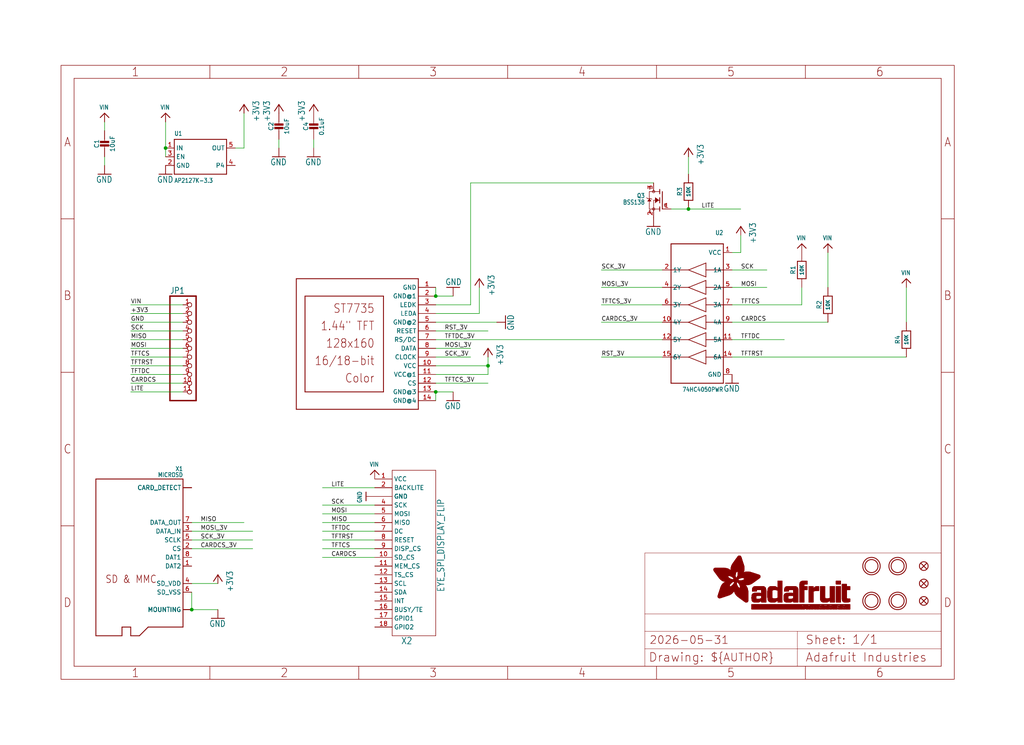
<source format=kicad_sch>
(kicad_sch (version 20230121) (generator eeschema)
  (paper "User" 298.45 217.322)
  (lib_symbols
    (symbol "working-eagle-import:+3V3" (power)
      (property "Value" "+3V3" (at -2.54 -5.08 90))
      (symbol "+3V3_1_0"
        (pin power_in line (at 0 -2.54 90) (length 2.54) (name "+3V3") (number "1"))
      )
    )
    (symbol "working-eagle-import:74HC4050DTSSOP"
      (property "Reference" "U" (at -7.62 22.86 0))
      (symbol "74HC4050DTSSOP_1_0"
        (pin bidirectional line (at -10.16 17.78 0) (length 2.54) (name "VCC") (number "1"))
        (pin bidirectional line (at 10.16 -2.54 180) (length 2.54) (name "4Y") (number "10"))
        (pin bidirectional line (at -10.16 -7.62 0) (length 2.54) (name "5A") (number "11"))
        (pin bidirectional line (at 10.16 -7.62 180) (length 2.54) (name "5Y") (number "12"))
        (pin bidirectional line (at -10.16 -12.7 0) (length 2.54) (name "6A") (number "14"))
        (pin bidirectional line (at 10.16 -12.7 180) (length 2.54) (name "6Y") (number "15"))
        (pin bidirectional line (at 10.16 12.7 180) (length 2.54) (name "1Y") (number "2"))
        (pin bidirectional line (at -10.16 12.7 0) (length 2.54) (name "1A") (number "3"))
        (pin bidirectional line (at 10.16 7.62 180) (length 2.54) (name "2Y") (number "4"))
        (pin bidirectional line (at -10.16 7.62 0) (length 2.54) (name "2A") (number "5"))
        (pin bidirectional line (at 10.16 2.54 180) (length 2.54) (name "3Y") (number "6"))
        (pin bidirectional line (at -10.16 2.54 0) (length 2.54) (name "3A") (number "7"))
        (pin bidirectional line (at -10.16 -17.78 0) (length 2.54) (name "GND") (number "8"))
        (pin bidirectional line (at -10.16 -2.54 0) (length 2.54) (name "4A") (number "9"))
      )
    )
    (symbol "working-eagle-import:CAP_CERAMIC0603_NO"
      (property "Reference" "C" (at -2.29 1.25 90))
      (symbol "CAP_CERAMIC0603_NO_1_0"
        (pin passive line (at 0 5.08 270) (length 2.54) (name "1") (number "1"))
        (pin passive line (at 0 -2.54 90) (length 2.54) (name "2") (number "2"))
      )
    )
    (symbol "working-eagle-import:CAP_CERAMIC0805-NOOUTLINE"
      (property "Reference" "C" (at -2.29 1.25 90))
      (symbol "CAP_CERAMIC0805-NOOUTLINE_1_0"
        (pin passive line (at 0 5.08 270) (length 2.54) (name "1") (number "1"))
        (pin passive line (at 0 -2.54 90) (length 2.54) (name "2") (number "2"))
      )
    )
    (symbol "working-eagle-import:DISP_LCD_ST7735_1.44IN"
      (symbol "DISP_LCD_ST7735_1.44IN_1_0"
        (text "1.44\" TFT" (at 2.54 5.08 0) (effects (font (size 2.54 2.159)) (justify left bottom)))
        (text "128x160" (at 2.54 0 0) (effects (font (size 2.54 2.159)) (justify left bottom)))
        (text "16/18-bit" (at 2.54 -5.08 0) (effects (font (size 2.54 2.159)) (justify left bottom)))
        (text "Color" (at 2.54 -10.16 0) (effects (font (size 2.54 2.159)) (justify left bottom)))
        (text "ST7735" (at 2.54 10.16 0) (effects (font (size 2.54 2.159)) (justify left bottom)))
        (pin power_in line (at -15.24 17.78 0) (length 5.08) (name "GND") (number "1"))
        (pin power_in line (at -15.24 -5.08 0) (length 5.08) (name "VCC") (number "10"))
        (pin power_in line (at -15.24 -7.62 0) (length 5.08) (name "VCC@1") (number "11"))
        (pin input line (at -15.24 -10.16 0) (length 5.08) (name "CS") (number "12"))
        (pin power_in line (at -15.24 -12.7 0) (length 5.08) (name "GND@3") (number "13"))
        (pin power_in line (at -15.24 -15.24 0) (length 5.08) (name "GND@4") (number "14"))
        (pin power_in line (at -15.24 15.24 0) (length 5.08) (name "GND@1") (number "2"))
        (pin input line (at -15.24 12.7 0) (length 5.08) (name "LEDK") (number "3"))
        (pin input line (at -15.24 10.16 0) (length 5.08) (name "LEDA") (number "4"))
        (pin power_in line (at -15.24 7.62 0) (length 5.08) (name "GND@2") (number "5"))
        (pin input line (at -15.24 5.08 0) (length 5.08) (name "RESET") (number "6"))
        (pin input line (at -15.24 2.54 0) (length 5.08) (name "RS/DC") (number "7"))
        (pin bidirectional line (at -15.24 0 0) (length 5.08) (name "DATA") (number "8"))
        (pin input line (at -15.24 -2.54 0) (length 5.08) (name "CLOCK") (number "9"))
      )
    )
    (symbol "working-eagle-import:EYE_SPI_DISPLAY_FLIP"
      (property "Reference" "X" (at 2.54 -27.94 0))
      (symbol "EYE_SPI_DISPLAY_FLIP_1_0"
        (pin power_in line (at -5.08 20.32 0) (length 5.08) (name "VCC") (number "1"))
        (pin input line (at -5.08 -2.54 0) (length 5.08) (name "SD_CS") (number "10"))
        (pin input line (at -5.08 -5.08 0) (length 5.08) (name "MEM_CS") (number "11"))
        (pin input line (at -5.08 -7.62 0) (length 5.08) (name "TS_CS") (number "12"))
        (pin input line (at -5.08 -10.16 0) (length 5.08) (name "SCL") (number "13"))
        (pin bidirectional line (at -5.08 -12.7 0) (length 5.08) (name "SDA") (number "14"))
        (pin output line (at -5.08 -15.24 0) (length 5.08) (name "INT") (number "15"))
        (pin output line (at -5.08 -17.78 0) (length 5.08) (name "BUSY/TE") (number "16"))
        (pin passive line (at -5.08 -20.32 0) (length 5.08) (name "GPIO1") (number "17"))
        (pin passive line (at -5.08 -22.86 0) (length 5.08) (name "GPIO2") (number "18"))
        (pin input line (at -5.08 17.78 0) (length 5.08) (name "BACKLITE") (number "2"))
        (pin power_in line (at -5.08 15.24 0) (length 5.08) (name "GND") (number "3"))
        (pin input line (at -5.08 12.7 0) (length 5.08) (name "SCK") (number "4"))
        (pin input line (at -5.08 10.16 0) (length 5.08) (name "MOSI") (number "5"))
        (pin output line (at -5.08 7.62 0) (length 5.08) (name "MISO") (number "6"))
        (pin input line (at -5.08 5.08 0) (length 5.08) (name "DC") (number "7"))
        (pin input line (at -5.08 2.54 0) (length 5.08) (name "RESET") (number "8"))
        (pin input line (at -5.08 0 0) (length 5.08) (name "DISP_CS") (number "9"))
        (pin power_in line (at -5.08 15.24 0) (length 5.08) (name "GND") (number "SUPPORT1"))
        (pin power_in line (at -5.08 15.24 0) (length 5.08) (name "GND") (number "SUPPORT2"))
      )
    )
    (symbol "working-eagle-import:FIDUCIAL_1MM")
    (symbol "working-eagle-import:FRAME_A4_ADAFRUIT"
      (symbol "FRAME_A4_ADAFRUIT_1_0"
        (text "${#}/${##}" (at 230.505 10.16 0) (effects (font (size 2.54 2.54)) (justify left bottom)))
        (text "${AUTHOR}" (at 189.23 5.08 0) (effects (font (size 2.286 2.286)) (justify left bottom)))
        (text "${CURRENT_DATE}" (at 171.45 10.16 0) (effects (font (size 2.286 2.286)) (justify left bottom)))
        (text "${PROJECTNAME}" (at 171.45 15.24 0) (effects (font (size 2.54 2.54)) (justify left bottom)))
        (text "1" (at 21.6958 1.905 0) (effects (font (size 2.54 2.286))))
        (text "1" (at 21.6958 177.165 0) (effects (font (size 2.54 2.286))))
        (text "2" (at 65.0875 1.905 0) (effects (font (size 2.54 2.286))))
        (text "2" (at 65.0875 177.165 0) (effects (font (size 2.54 2.286))))
        (text "3" (at 108.4792 1.905 0) (effects (font (size 2.54 2.286))))
        (text "3" (at 108.4792 177.165 0) (effects (font (size 2.54 2.286))))
        (text "4" (at 151.8708 1.905 0) (effects (font (size 2.54 2.286))))
        (text "4" (at 151.8708 177.165 0) (effects (font (size 2.54 2.286))))
        (text "5" (at 195.2625 1.905 0) (effects (font (size 2.54 2.286))))
        (text "5" (at 195.2625 177.165 0) (effects (font (size 2.54 2.286))))
        (text "6" (at 238.6542 1.905 0) (effects (font (size 2.54 2.286))))
        (text "6" (at 238.6542 177.165 0) (effects (font (size 2.54 2.286))))
        (text "A" (at 1.905 156.6863 0) (effects (font (size 2.54 2.286))))
        (text "A" (at 258.445 156.6863 0) (effects (font (size 2.54 2.286))))
        (text "Adafruit Industries" (at 216.916 4.953 0) (effects (font (size 2.54 2.54)) (justify left bottom)))
        (text "B" (at 1.905 111.9188 0) (effects (font (size 2.54 2.286))))
        (text "B" (at 258.445 111.9188 0) (effects (font (size 2.54 2.286))))
        (text "C" (at 1.905 67.1513 0) (effects (font (size 2.54 2.286))))
        (text "C" (at 258.445 67.1513 0) (effects (font (size 2.54 2.286))))
        (text "D" (at 1.905 22.3838 0) (effects (font (size 2.54 2.286))))
        (text "D" (at 258.445 22.3838 0) (effects (font (size 2.54 2.286))))
        (text "Drawing:" (at 171.196 4.953 0) (effects (font (size 2.54 2.54)) (justify left bottom)))
        (text "Sheet:" (at 216.916 10.033 0) (effects (font (size 2.54 2.54)) (justify left bottom)))
      )
    )
    (symbol "working-eagle-import:GND" (power)
      (property "Value" "GND" (at -2.54 -2.54 0))
      (symbol "GND_1_0"
        (pin power_in line (at 0 2.54 270) (length 2.54) (name "GND") (number "1"))
      )
    )
    (symbol "working-eagle-import:HEADER-1X1176MIL"
      (property "Reference" "JP" (at -6.35 15.875 0))
      (symbol "HEADER-1X1176MIL_1_0"
        (pin passive inverted (at -2.54 12.7 0) (length 2.54) (name "1") (number "1"))
        (pin passive inverted (at -2.54 -10.16 0) (length 2.54) (name "10") (number "10"))
        (pin passive inverted (at -2.54 -12.7 0) (length 2.54) (name "11") (number "11"))
        (pin passive inverted (at -2.54 10.16 0) (length 2.54) (name "2") (number "2"))
        (pin passive inverted (at -2.54 7.62 0) (length 2.54) (name "3") (number "3"))
        (pin passive inverted (at -2.54 5.08 0) (length 2.54) (name "4") (number "4"))
        (pin passive inverted (at -2.54 2.54 0) (length 2.54) (name "5") (number "5"))
        (pin passive inverted (at -2.54 0 0) (length 2.54) (name "6") (number "6"))
        (pin passive inverted (at -2.54 -2.54 0) (length 2.54) (name "7") (number "7"))
        (pin passive inverted (at -2.54 -5.08 0) (length 2.54) (name "8") (number "8"))
        (pin passive inverted (at -2.54 -7.62 0) (length 2.54) (name "9") (number "9"))
      )
    )
    (symbol "working-eagle-import:MICROSD"
      (property "Reference" "X" (at -12.7 22.606 0))
      (symbol "MICROSD_1_0"
        (text "SD & MMC" (at -5.08 -10.16 0) (effects (font (size 2.1844 1.8567)) (justify left bottom)))
        (pin bidirectional line (at -15.24 -5.08 0) (length 2.54) (name "DAT2") (number "1"))
        (pin input line (at -15.24 0 0) (length 2.54) (name "CS") (number "2"))
        (pin input line (at -15.24 5.08 0) (length 2.54) (name "DATA_IN") (number "3"))
        (pin power_in line (at -15.24 -10.16 0) (length 2.54) (name "SD_VDD") (number "4"))
        (pin input line (at -15.24 2.54 0) (length 2.54) (name "SCLK") (number "5"))
        (pin power_in line (at -15.24 -12.7 0) (length 2.54) (name "SD_VSS") (number "6"))
        (pin output line (at -15.24 7.62 0) (length 2.54) (name "DATA_OUT") (number "7"))
        (pin bidirectional line (at -15.24 -2.54 0) (length 2.54) (name "DAT1") (number "8"))
        (pin passive line (at -15.24 17.78 0) (length 2.54) (name "CARD_DETECT") (number "CD1"))
        (pin passive line (at -15.24 17.78 0) (length 2.54) (name "CARD_DETECT") (number "CD2"))
        (pin passive line (at -15.24 -17.78 0) (length 2.54) (name "MOUNTING") (number "MT1"))
        (pin passive line (at -15.24 -17.78 0) (length 2.54) (name "MOUNTING") (number "MT2"))
      )
    )
    (symbol "working-eagle-import:MOSFET-NWIDE"
      (property "Reference" "Q" (at 5.08 0.635 0))
      (symbol "MOSFET-NWIDE_1_0"
        (text "D" (at 3.175 3.175 0) (effects (font (size 0.8128 0.6908)) (justify left bottom)))
        (text "G" (at -1.27 -1.905 0) (effects (font (size 0.8128 0.6908)) (justify left bottom)))
        (text "S" (at 3.175 -3.81 0) (effects (font (size 0.8128 0.6908)) (justify left bottom)))
        (pin bidirectional line (at -2.54 -2.54 0) (length 2.54) (name "G") (number "1"))
        (pin bidirectional line (at 2.54 -5.08 90) (length 2.54) (name "S") (number "2"))
        (pin bidirectional line (at 2.54 5.08 270) (length 2.54) (name "D") (number "3"))
      )
    )
    (symbol "working-eagle-import:MOUNTINGHOLE2.5")
    (symbol "working-eagle-import:RESISTOR_0603_NOOUT"
      (property "Reference" "R" (at 0 2.54 0))
      (symbol "RESISTOR_0603_NOOUT_1_0"
        (pin passive line (at -5.08 0 0) (length 2.54) (name "1") (number "1"))
        (pin passive line (at 5.08 0 180) (length 2.54) (name "2") (number "2"))
      )
    )
    (symbol "working-eagle-import:VIN" (power)
      (property "Value" "VIN" (at -1.524 1.016 0))
      (symbol "VIN_1_0"
        (pin power_in line (at 0 -2.54 90) (length 2.54) (name "VIN") (number "1"))
      )
    )
    (symbol "working-eagle-import:VREG_SOT23-5"
      (property "Reference" "U" (at -7.62 6.096 0))
      (symbol "VREG_SOT23-5_1_0"
        (pin power_in line (at -10.16 2.54 0) (length 2.54) (name "IN") (number "1"))
        (pin power_in line (at -10.16 -2.54 0) (length 2.54) (name "GND") (number "2"))
        (pin input line (at -10.16 0 0) (length 2.54) (name "EN") (number "3"))
        (pin bidirectional line (at 10.16 -2.54 180) (length 2.54) (name "P4") (number "4"))
        (pin power_in line (at 10.16 2.54 180) (length 2.54) (name "OUT") (number "5"))
      )
    )
    (symbol "working-eagle-import:adafruit_power_VIN" (power)
      (property "Value" "adafruit_power_VIN" (at -1.524 1.016 0))
      (symbol "adafruit_power_VIN_1_0"
        (pin power_in line (at 0 -2.54 90) (length 2.54) (name "VIN") (number "1"))
      )
    )
    (symbol "working-eagle-import:microbuilder_GND" (power)
      (property "Value" "microbuilder_GND" (at -1.524 -2.54 0))
      (symbol "microbuilder_GND_1_0"
        (pin power_in line (at 0 2.54 270) (length 2.54) (name "GND") (number "1"))
      )
    )
  )
  (junction (at 127 114.3))
  (junction (at 200.66 60.96))
  (junction (at 48.26 43.18))
  (junction (at 127 86.36))
  (junction (at 55.88 177.8))
  (junction (at 142.24 106.68))
  (wire (pts (xy 109.22 162.56) (xy 93.98 162.56)) (stroke (width 0.1524)))
  (wire (pts (xy 109.22 157.48) (xy 93.98 157.48)) (stroke (width 0.1524)))
  (wire (pts (xy 53.34 101.6) (xy 38.1 101.6)) (stroke (width 0.1524)))
  (wire (pts (xy 38.1 104.14) (xy 53.34 104.14)) (stroke (width 0.1524)))
  (wire (pts (xy 193.04 78.74) (xy 175.26 78.74)) (stroke (width 0.1524)))
  (wire (pts (xy 137.16 88.9) (xy 137.16 53.34)) (stroke (width 0.1524)))
  (wire (pts (xy 142.24 106.68) (xy 142.24 109.22)) (stroke (width 0.1524)))
  (wire (pts (xy 53.34 111.76) (xy 38.1 111.76)) (stroke (width 0.1524)))
  (wire (pts (xy 38.1 91.44) (xy 53.34 91.44)) (stroke (width 0.1524)))
  (wire (pts (xy 137.16 101.6) (xy 127 101.6)) (stroke (width 0.1524)))
  (wire (pts (xy 55.88 152.4) (xy 71.12 152.4)) (stroke (width 0.1524)))
  (wire (pts (xy 193.04 83.82) (xy 175.26 83.82)) (stroke (width 0.1524)))
  (wire (pts (xy 53.34 88.9) (xy 38.1 88.9)) (stroke (width 0.1524)))
  (wire (pts (xy 73.66 160.02) (xy 55.88 160.02)) (stroke (width 0.1524)))
  (wire (pts (xy 264.16 104.14) (xy 213.36 104.14)) (stroke (width 0.1524)))
  (wire (pts (xy 71.12 33.02) (xy 71.12 43.18)) (stroke (width 0.1524)))
  (wire (pts (xy 30.48 48.26) (xy 30.48 45.72)) (stroke (width 0.1524)))
  (wire (pts (xy 38.1 99.06) (xy 53.34 99.06)) (stroke (width 0.1524)))
  (wire (pts (xy 93.98 152.4) (xy 109.22 152.4)) (stroke (width 0.1524)))
  (wire (pts (xy 213.36 78.74) (xy 223.52 78.74)) (stroke (width 0.1524)))
  (wire (pts (xy 55.88 154.94) (xy 73.66 154.94)) (stroke (width 0.1524)))
  (wire (pts (xy 53.34 109.22) (xy 38.1 109.22)) (stroke (width 0.1524)))
  (wire (pts (xy 200.66 60.96) (xy 215.9 60.96)) (stroke (width 0.1524)))
  (wire (pts (xy 127 114.3) (xy 127 116.84)) (stroke (width 0.1524)))
  (wire (pts (xy 53.34 93.98) (xy 38.1 93.98)) (stroke (width 0.1524)))
  (wire (pts (xy 53.34 96.52) (xy 38.1 96.52)) (stroke (width 0.1524)))
  (wire (pts (xy 127 86.36) (xy 127 83.82)) (stroke (width 0.1524)))
  (wire (pts (xy 215.9 73.66) (xy 215.9 68.58)) (stroke (width 0.1524)))
  (wire (pts (xy 63.5 177.8) (xy 55.88 177.8)) (stroke (width 0.1524)))
  (wire (pts (xy 55.88 172.72) (xy 55.88 177.8)) (stroke (width 0.1524)))
  (wire (pts (xy 63.5 170.18) (xy 55.88 170.18)) (stroke (width 0.1524)))
  (wire (pts (xy 142.24 106.68) (xy 127 106.68)) (stroke (width 0.1524)))
  (wire (pts (xy 71.12 43.18) (xy 68.58 43.18)) (stroke (width 0.1524)))
  (wire (pts (xy 233.68 88.9) (xy 213.36 88.9)) (stroke (width 0.1524)))
  (wire (pts (xy 142.24 109.22) (xy 127 109.22)) (stroke (width 0.1524)))
  (wire (pts (xy 213.36 83.82) (xy 223.52 83.82)) (stroke (width 0.1524)))
  (wire (pts (xy 109.22 147.32) (xy 93.98 147.32)) (stroke (width 0.1524)))
  (wire (pts (xy 195.58 60.96) (xy 200.66 60.96)) (stroke (width 0.1524)))
  (wire (pts (xy 48.26 35.56) (xy 48.26 43.18)) (stroke (width 0.1524)))
  (wire (pts (xy 30.48 35.56) (xy 30.48 38.1)) (stroke (width 0.1524)))
  (wire (pts (xy 213.36 99.06) (xy 228.6 99.06)) (stroke (width 0.1524)))
  (wire (pts (xy 53.34 106.68) (xy 38.1 106.68)) (stroke (width 0.1524)))
  (wire (pts (xy 233.68 88.9) (xy 233.68 83.82)) (stroke (width 0.1524)))
  (wire (pts (xy 132.08 86.36) (xy 127 86.36)) (stroke (width 0.1524)))
  (wire (pts (xy 109.22 142.24) (xy 93.98 142.24)) (stroke (width 0.1524)))
  (wire (pts (xy 139.7 83.82) (xy 139.7 91.44)) (stroke (width 0.1524)))
  (wire (pts (xy 139.7 91.44) (xy 127 91.44)) (stroke (width 0.1524)))
  (wire (pts (xy 93.98 160.02) (xy 109.22 160.02)) (stroke (width 0.1524)))
  (wire (pts (xy 127 99.06) (xy 193.04 99.06)) (stroke (width 0.1524)))
  (wire (pts (xy 127 88.9) (xy 137.16 88.9)) (stroke (width 0.1524)))
  (wire (pts (xy 264.16 93.98) (xy 264.16 83.82)) (stroke (width 0.1524)))
  (wire (pts (xy 109.22 149.86) (xy 93.98 149.86)) (stroke (width 0.1524)))
  (wire (pts (xy 193.04 88.9) (xy 175.26 88.9)) (stroke (width 0.1524)))
  (wire (pts (xy 91.44 43.18) (xy 91.44 40.64)) (stroke (width 0.1524)))
  (wire (pts (xy 53.34 114.3) (xy 38.1 114.3)) (stroke (width 0.1524)))
  (wire (pts (xy 241.3 73.66) (xy 241.3 83.82)) (stroke (width 0.1524)))
  (wire (pts (xy 55.88 157.48) (xy 73.66 157.48)) (stroke (width 0.1524)))
  (wire (pts (xy 137.16 104.14) (xy 127 104.14)) (stroke (width 0.1524)))
  (wire (pts (xy 48.26 45.72) (xy 48.26 43.18)) (stroke (width 0.1524)))
  (wire (pts (xy 213.36 93.98) (xy 241.3 93.98)) (stroke (width 0.1524)))
  (wire (pts (xy 142.24 104.14) (xy 142.24 106.68)) (stroke (width 0.1524)))
  (wire (pts (xy 132.08 114.3) (xy 127 114.3)) (stroke (width 0.1524)))
  (wire (pts (xy 193.04 93.98) (xy 175.26 93.98)) (stroke (width 0.1524)))
  (wire (pts (xy 137.16 53.34) (xy 190.5 53.34)) (stroke (width 0.1524)))
  (wire (pts (xy 81.28 43.18) (xy 81.28 40.64)) (stroke (width 0.1524)))
  (wire (pts (xy 144.78 93.98) (xy 127 93.98)) (stroke (width 0.1524)))
  (wire (pts (xy 193.04 104.14) (xy 175.26 104.14)) (stroke (width 0.1524)))
  (wire (pts (xy 127 96.52) (xy 142.24 96.52)) (stroke (width 0.1524)))
  (wire (pts (xy 200.66 45.72) (xy 200.66 50.8)) (stroke (width 0.1524)))
  (wire (pts (xy 215.9 73.66) (xy 213.36 73.66)) (stroke (width 0.1524)))
  (wire (pts (xy 127 111.76) (xy 142.24 111.76)) (stroke (width 0.1524)))
  (wire (pts (xy 109.22 154.94) (xy 93.98 154.94)) (stroke (width 0.1524)))
  (label "MOSI" (at 38.1 101.6 0) (effects (font (size 1.2446 1.2446))))
  (label "SCK_3V" (at 129.54 104.14 0) (effects (font (size 1.2446 1.2446))))
  (label "CARDCS" (at 38.1 111.76 0) (effects (font (size 1.2446 1.2446))))
  (label "TFTCS" (at 38.1 104.14 0) (effects (font (size 1.2446 1.2446))))
  (label "MOSI" (at 215.9 83.82 0) (effects (font (size 1.2446 1.2446))))
  (label "TFTCS_3V" (at 175.26 88.9 0) (effects (font (size 1.2446 1.2446))))
  (label "TFTRST" (at 38.1 106.68 0) (effects (font (size 1.2446 1.2446))))
  (label "CARDCS_3V" (at 175.26 93.98 0) (effects (font (size 1.2446 1.2446))))
  (label "SCK" (at 215.9 78.74 0) (effects (font (size 1.2446 1.2446))))
  (label "LITE" (at 96.52 142.24 0) (effects (font (size 1.2446 1.2446))))
  (label "SCK" (at 38.1 96.52 0) (effects (font (size 1.2446 1.2446))))
  (label "TFTDC" (at 215.9 99.06 0) (effects (font (size 1.2446 1.2446))))
  (label "+3V3" (at 38.1 91.44 0) (effects (font (size 1.2446 1.2446))))
  (label "MOSI_3V" (at 175.26 83.82 0) (effects (font (size 1.2446 1.2446))))
  (label "CARDCS" (at 96.52 162.56 0) (effects (font (size 1.2446 1.2446))))
  (label "TFTCS" (at 215.9 88.9 0) (effects (font (size 1.2446 1.2446))))
  (label "LITE" (at 208.28 60.96 180) (effects (font (size 1.2446 1.2446))))
  (label "TFTRST" (at 96.52 157.48 0) (effects (font (size 1.2446 1.2446))))
  (label "TFTDC" (at 96.52 154.94 0) (effects (font (size 1.2446 1.2446))))
  (label "RST_3V" (at 175.26 104.14 0) (effects (font (size 1.2446 1.2446))))
  (label "MISO" (at 96.52 152.4 0) (effects (font (size 1.2446 1.2446))))
  (label "TFTCS_3V" (at 129.54 111.76 0) (effects (font (size 1.2446 1.2446))))
  (label "MISO" (at 58.42 152.4 0) (effects (font (size 1.2446 1.2446))))
  (label "MISO" (at 38.1 99.06 0) (effects (font (size 1.2446 1.2446))))
  (label "CARDCS_3V" (at 58.42 160.02 0) (effects (font (size 1.2446 1.2446))))
  (label "SCK_3V" (at 175.26 78.74 0) (effects (font (size 1.2446 1.2446))))
  (label "TFTDC" (at 38.1 109.22 0) (effects (font (size 1.2446 1.2446))))
  (label "MOSI_3V" (at 58.42 154.94 0) (effects (font (size 1.2446 1.2446))))
  (label "GND" (at 38.1 93.98 0) (effects (font (size 1.2446 1.2446))))
  (label "VIN" (at 38.1 88.9 0) (effects (font (size 1.2446 1.2446))))
  (label "TFTRST" (at 215.9 104.14 0) (effects (font (size 1.2446 1.2446))))
  (label "MOSI" (at 96.52 149.86 0) (effects (font (size 1.2446 1.2446))))
  (label "SCK_3V" (at 58.42 157.48 0) (effects (font (size 1.2446 1.2446))))
  (label "RST_3V" (at 129.54 96.52 0) (effects (font (size 1.2446 1.2446))))
  (label "SCK" (at 96.52 147.32 0) (effects (font (size 1.2446 1.2446))))
  (label "TFTDC_3V" (at 129.54 99.06 0) (effects (font (size 1.2446 1.2446))))
  (label "CARDCS" (at 215.9 93.98 0) (effects (font (size 1.2446 1.2446))))
  (label "LITE" (at 38.1 114.3 0) (effects (font (size 1.2446 1.2446))))
  (label "MOSI_3V" (at 129.54 101.6 0) (effects (font (size 1.2446 1.2446))))
  (label "TFTCS" (at 96.52 160.02 0) (effects (font (size 1.2446 1.2446))))
  (symbol (lib_id "working-eagle-import:GND") (at 132.08 83.82 180) (unit 1)
    (property "Reference" "#GND1" (effects hide))
    (property "Value" "GND" (at 134.62 81.28 0) (effects (font (size 1.778 1.5113)) (justify left bottom)))
  )
  (symbol (lib_id "working-eagle-import:+3V3") (at 215.9 66.04 0) (mirror y) (unit 1)
    (property "Reference" "#+3V5" (effects hide))
    (property "Value" "+3V3" (at 218.44 71.12 90) (effects (font (size 1.778 1.5113)) (justify left bottom)))
  )
  (symbol (lib_id "working-eagle-import:EYE_SPI_DISPLAY_FLIP") (at 114.3 160.02 0) (unit 1)
    (property "Reference" "X2" (at 116.84 187.96 0) (effects (font (size 1.9304 1.6408)) (justify left bottom)))
    (property "Value" "EYE_SPI_DISPLAY_FLIP" (at 129.54 172.72 90) (effects (font (size 1.9304 1.6408)) (justify left bottom)))
    (property "Footprint" "working:EYE_SPI_DISPLAY_BOTCONTACT" (effects hide))
  )
  (symbol (lib_id "working-eagle-import:MOUNTINGHOLE2.5") (at 254 165.1 0) (unit 1)
    (property "Reference" "U$10" (effects hide))
    (property "Value" "MOUNTINGHOLE2.5" (effects hide))
    (property "Footprint" "working:MOUNTINGHOLE_2.5_PLATED" (effects hide))
  )
  (symbol (lib_id "working-eagle-import:VIN") (at 109.22 137.16 0) (unit 1)
    (property "Reference" "#U$16" (effects hide))
    (property "Value" "VIN" (at 107.696 136.144 0) (effects (font (size 1.27 1.0795)) (justify left bottom)))
  )
  (symbol (lib_id "working-eagle-import:GND") (at 213.36 111.76 0) (unit 1)
    (property "Reference" "#GND8" (effects hide))
    (property "Value" "GND" (at 210.82 114.3 0) (effects (font (size 1.778 1.5113)) (justify left bottom)))
  )
  (symbol (lib_id "working-eagle-import:GND") (at 48.26 50.8 0) (unit 1)
    (property "Reference" "#GND9" (effects hide))
    (property "Value" "GND" (at 45.72 53.34 0) (effects (font (size 1.778 1.5113)) (justify left bottom)))
  )
  (symbol (lib_id "working-eagle-import:RESISTOR_0603_NOOUT") (at 241.3 88.9 90) (unit 1)
    (property "Reference" "R2" (at 238.76 88.9 0))
    (property "Value" "10K" (at 241.3 88.9 0) (effects (font (size 1.016 1.016) bold)))
    (property "Footprint" "working:0603-NO" (effects hide))
  )
  (symbol (lib_id "working-eagle-import:GND") (at 91.44 45.72 0) (unit 1)
    (property "Reference" "#GND13" (effects hide))
    (property "Value" "GND" (at 88.9 48.26 0) (effects (font (size 1.778 1.5113)) (justify left bottom)))
  )
  (symbol (lib_id "working-eagle-import:adafruit_power_VIN") (at 233.68 71.12 0) (unit 1)
    (property "Reference" "#U$11" (effects hide))
    (property "Value" "VIN" (at 232.156 70.104 0) (effects (font (size 1.27 1.0795)) (justify left bottom)))
  )
  (symbol (lib_id "working-eagle-import:adafruit_power_VIN") (at 30.48 33.02 0) (unit 1)
    (property "Reference" "#U$14" (effects hide))
    (property "Value" "VIN" (at 28.956 32.004 0) (effects (font (size 1.27 1.0795)) (justify left bottom)))
  )
  (symbol (lib_id "working-eagle-import:MOUNTINGHOLE2.5") (at 254 175.26 0) (unit 1)
    (property "Reference" "U$7" (effects hide))
    (property "Value" "MOUNTINGHOLE2.5" (effects hide))
    (property "Footprint" "working:MOUNTINGHOLE_2.5_PLATED" (effects hide))
  )
  (symbol (lib_id "working-eagle-import:+3V3") (at 139.7 81.28 0) (mirror y) (unit 1)
    (property "Reference" "#+3V1" (effects hide))
    (property "Value" "+3V3" (at 142.24 86.36 90) (effects (font (size 1.778 1.5113)) (justify left bottom)))
  )
  (symbol (lib_id "working-eagle-import:adafruit_power_VIN") (at 48.26 33.02 0) (unit 1)
    (property "Reference" "#U$15" (effects hide))
    (property "Value" "VIN" (at 46.736 32.004 0) (effects (font (size 1.27 1.0795)) (justify left bottom)))
  )
  (symbol (lib_id "working-eagle-import:MOUNTINGHOLE2.5") (at 261.62 175.26 0) (unit 1)
    (property "Reference" "U$8" (effects hide))
    (property "Value" "MOUNTINGHOLE2.5" (effects hide))
    (property "Footprint" "working:MOUNTINGHOLE_2.5_PLATED" (effects hide))
  )
  (symbol (lib_id "working-eagle-import:GND") (at 147.32 93.98 90) (unit 1)
    (property "Reference" "#GND3" (effects hide))
    (property "Value" "GND" (at 149.86 96.52 0) (effects (font (size 1.778 1.5113)) (justify left bottom)))
  )
  (symbol (lib_id "working-eagle-import:FIDUCIAL_1MM") (at 269.24 175.26 0) (unit 1)
    (property "Reference" "U$5" (effects hide))
    (property "Value" "FIDUCIAL_1MM" (effects hide))
    (property "Footprint" "working:FIDUCIAL_1MM" (effects hide))
  )
  (symbol (lib_id "working-eagle-import:CAP_CERAMIC0603_NO") (at 91.44 38.1 0) (unit 1)
    (property "Reference" "C4" (at 89.15 36.85 90))
    (property "Value" "0.1uF" (at 93.74 36.85 90))
    (property "Footprint" "working:0603-NO" (effects hide))
  )
  (symbol (lib_id "working-eagle-import:+3V3") (at 200.66 43.18 0) (mirror y) (unit 1)
    (property "Reference" "#+3V9" (effects hide))
    (property "Value" "+3V3" (at 203.2 48.26 90) (effects (font (size 1.778 1.5113)) (justify left bottom)))
  )
  (symbol (lib_id "working-eagle-import:RESISTOR_0603_NOOUT") (at 200.66 55.88 90) (unit 1)
    (property "Reference" "R3" (at 198.12 55.88 0))
    (property "Value" "10K" (at 200.66 55.88 0) (effects (font (size 1.016 1.016) bold)))
    (property "Footprint" "working:0603-NO" (effects hide))
  )
  (symbol (lib_id "working-eagle-import:+3V3") (at 142.24 101.6 0) (mirror y) (unit 1)
    (property "Reference" "#+3V3" (effects hide))
    (property "Value" "+3V3" (at 144.78 106.68 90) (effects (font (size 1.778 1.5113)) (justify left bottom)))
  )
  (symbol (lib_id "working-eagle-import:VREG_SOT23-5") (at 58.42 45.72 0) (unit 1)
    (property "Reference" "U1" (at 50.8 39.624 0) (effects (font (size 1.27 1.0795)) (justify left bottom)))
    (property "Value" "AP2127K-3.3" (at 50.8 53.34 0) (effects (font (size 1.27 1.0795)) (justify left bottom)))
    (property "Footprint" "working:SOT23-5" (effects hide))
  )
  (symbol (lib_id "working-eagle-import:adafruit_power_VIN") (at 241.3 71.12 0) (unit 1)
    (property "Reference" "#U$12" (effects hide))
    (property "Value" "VIN" (at 239.776 70.104 0) (effects (font (size 1.27 1.0795)) (justify left bottom)))
  )
  (symbol (lib_id "working-eagle-import:+3V3") (at 63.5 167.64 0) (mirror y) (unit 1)
    (property "Reference" "#+3V4" (effects hide))
    (property "Value" "+3V3" (at 66.04 172.72 90) (effects (font (size 1.778 1.5113)) (justify left bottom)))
  )
  (symbol (lib_id "working-eagle-import:GND") (at 63.5 180.34 0) (unit 1)
    (property "Reference" "#GND4" (effects hide))
    (property "Value" "GND" (at 60.96 182.88 0) (effects (font (size 1.778 1.5113)) (justify left bottom)))
  )
  (symbol (lib_id "working-eagle-import:FIDUCIAL_1MM") (at 269.24 165.1 0) (unit 1)
    (property "Reference" "U$4" (effects hide))
    (property "Value" "FIDUCIAL_1MM" (effects hide))
    (property "Footprint" "working:FIDUCIAL_1MM" (effects hide))
  )
  (symbol (lib_id "working-eagle-import:FRAME_A4_ADAFRUIT") (at 17.78 198.12 0) (unit 1)
    (property "Reference" "#U$6" (effects hide))
    (property "Value" "FRAME_A4_ADAFRUIT" (effects hide))
  )
  (symbol (lib_id "working-eagle-import:74HC4050DTSSOP") (at 203.2 91.44 0) (mirror y) (unit 1)
    (property "Reference" "U2" (at 210.82 68.58 0) (effects (font (size 1.27 1.0795)) (justify left bottom)))
    (property "Value" "74HC4050PWR" (at 210.82 114.3 0) (effects (font (size 1.27 1.0795)) (justify left bottom)))
    (property "Footprint" "working:TSSOP16" (effects hide))
  )
  (symbol (lib_id "working-eagle-import:MICROSD") (at 40.64 160.02 0) (mirror y) (unit 1)
    (property "Reference" "X1" (at 53.34 137.414 0) (effects (font (size 1.27 1.0795)) (justify left bottom)))
    (property "Value" "MICROSD" (at 53.34 139.192 0) (effects (font (size 1.27 1.0795)) (justify left bottom)))
    (property "Footprint" "working:MICROSD" (effects hide))
  )
  (symbol (lib_id "working-eagle-import:+3V3") (at 71.12 30.48 0) (mirror y) (unit 1)
    (property "Reference" "#+3V2" (effects hide))
    (property "Value" "+3V3" (at 73.66 35.56 90) (effects (font (size 1.778 1.5113)) (justify left bottom)))
  )
  (symbol (lib_id "working-eagle-import:RESISTOR_0603_NOOUT") (at 233.68 78.74 90) (unit 1)
    (property "Reference" "R1" (at 231.14 78.74 0))
    (property "Value" "10K" (at 233.68 78.74 0) (effects (font (size 1.016 1.016) bold)))
    (property "Footprint" "working:0603-NO" (effects hide))
  )
  (symbol (lib_id "working-eagle-import:GND") (at 190.5 66.04 0) (unit 1)
    (property "Reference" "#GND5" (effects hide))
    (property "Value" "GND" (at 187.96 68.58 0) (effects (font (size 1.778 1.5113)) (justify left bottom)))
  )
  (symbol (lib_id "working-eagle-import:MOUNTINGHOLE2.5") (at 261.62 165.1 0) (unit 1)
    (property "Reference" "U$9" (effects hide))
    (property "Value" "MOUNTINGHOLE2.5" (effects hide))
    (property "Footprint" "working:MOUNTINGHOLE_2.5_PLATED" (effects hide))
  )
  (symbol (lib_id "working-eagle-import:CAP_CERAMIC0805-NOOUTLINE") (at 30.48 43.18 0) (unit 1)
    (property "Reference" "C1" (at 28.19 41.93 90))
    (property "Value" "10uF" (at 32.78 41.93 90))
    (property "Footprint" "working:0805-NO" (effects hide))
  )
  (symbol (lib_id "working-eagle-import:HEADER-1X1176MIL") (at 55.88 101.6 0) (unit 1)
    (property "Reference" "JP1" (at 49.53 85.725 0) (effects (font (size 1.778 1.5113)) (justify left bottom)))
    (property "Value" "HEADER-1X1176MIL" (effects hide))
    (property "Footprint" "working:1X11_ROUND_76" (effects hide))
  )
  (symbol (lib_id "working-eagle-import:MOSFET-NWIDE") (at 193.04 58.42 0) (mirror y) (unit 1)
    (property "Reference" "Q3" (at 187.96 57.785 0) (effects (font (size 1.27 1.0795)) (justify left bottom)))
    (property "Value" "BSS138" (at 187.96 59.69 0) (effects (font (size 1.27 1.0795)) (justify left bottom)))
    (property "Footprint" "working:SOT23-WIDE" (effects hide))
  )
  (symbol (lib_id "working-eagle-import:GND") (at 81.28 45.72 0) (unit 1)
    (property "Reference" "#GND11" (effects hide))
    (property "Value" "GND" (at 78.74 48.26 0) (effects (font (size 1.778 1.5113)) (justify left bottom)))
  )
  (symbol (lib_id "working-eagle-import:microbuilder_GND") (at 106.68 144.78 270) (unit 1)
    (property "Reference" "#U$18" (effects hide))
    (property "Value" "GND" (at 104.14 143.256 0) (effects (font (size 1.27 1.0795)) (justify left bottom)))
  )
  (symbol (lib_id "working-eagle-import:DISP_LCD_ST7735_1.44IN") (at 111.76 101.6 0) (mirror y) (unit 1)
    (property "Reference" "TFT2" (effects hide))
    (property "Value" "DISP_LCD_ST7735_1.44IN" (effects hide))
    (property "Footprint" "working:TFT_1.44IN_128_128" (effects hide))
  )
  (symbol (lib_id "working-eagle-import:adafruit_power_VIN") (at 264.16 81.28 0) (unit 1)
    (property "Reference" "#U$13" (effects hide))
    (property "Value" "VIN" (at 262.636 80.264 0) (effects (font (size 1.27 1.0795)) (justify left bottom)))
  )
  (symbol (lib_id "working-eagle-import:RESISTOR_0603_NOOUT") (at 264.16 99.06 90) (unit 1)
    (property "Reference" "R4" (at 261.62 99.06 0))
    (property "Value" "10K" (at 264.16 99.06 0) (effects (font (size 1.016 1.016) bold)))
    (property "Footprint" "working:0603-NO" (effects hide))
  )
  (symbol (lib_id "working-eagle-import:GND") (at 132.08 116.84 0) (unit 1)
    (property "Reference" "#GND2" (effects hide))
    (property "Value" "GND" (at 129.54 119.38 0) (effects (font (size 1.778 1.5113)) (justify left bottom)))
  )
  (symbol (lib_id "working-eagle-import:+3V3") (at 81.28 30.48 0) (unit 1)
    (property "Reference" "#+3V6" (effects hide))
    (property "Value" "+3V3" (at 78.74 35.56 90) (effects (font (size 1.778 1.5113)) (justify left bottom)))
  )
  (symbol (lib_id "working-eagle-import:+3V3") (at 91.44 30.48 0) (unit 1)
    (property "Reference" "#+3V8" (effects hide))
    (property "Value" "+3V3" (at 88.9 35.56 90) (effects (font (size 1.778 1.5113)) (justify left bottom)))
  )
  (symbol (lib_id "working-eagle-import:FIDUCIAL_1MM") (at 269.24 170.18 0) (unit 1)
    (property "Reference" "U$3" (effects hide))
    (property "Value" "FIDUCIAL_1MM" (effects hide))
    (property "Footprint" "working:FIDUCIAL_1MM" (effects hide))
  )
  (symbol (lib_id "working-eagle-import:GND") (at 30.48 50.8 0) (unit 1)
    (property "Reference" "#GND12" (effects hide))
    (property "Value" "GND" (at 27.94 53.34 0) (effects (font (size 1.778 1.5113)) (justify left bottom)))
  )
  (symbol (lib_id "working-eagle-import:CAP_CERAMIC0805-NOOUTLINE") (at 81.28 38.1 0) (unit 1)
    (property "Reference" "C2" (at 78.99 36.85 90))
    (property "Value" "10uF" (at 83.58 36.85 90))
    (property "Footprint" "working:0805-NO" (effects hide))
  )
)
</source>
